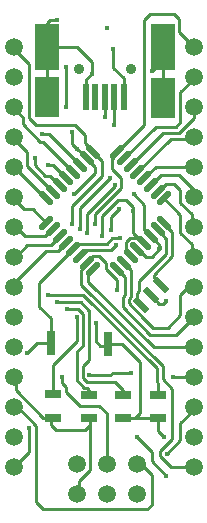
<source format=gbr>
%TF.GenerationSoftware,Altium Limited,Altium Designer,19.0.10 (269)*%
G04 Layer_Physical_Order=1*
G04 Layer_Color=255*
%FSLAX45Y45*%
%MOMM*%
%TF.FileFunction,Copper,L1,Top,Signal*%
%TF.Part,Single*%
G01*
G75*
%TA.AperFunction,SMDPad,CuDef*%
G04:AMPARAMS|DCode=10|XSize=0.55mm|YSize=1.5mm|CornerRadius=0mm|HoleSize=0mm|Usage=FLASHONLY|Rotation=225.000|XOffset=0mm|YOffset=0mm|HoleType=Round|Shape=Round|*
%AMOVALD10*
21,1,0.95000,0.55000,0.00000,0.00000,315.0*
1,1,0.55000,-0.33588,0.33588*
1,1,0.55000,0.33588,-0.33588*
%
%ADD10OVALD10*%

G04:AMPARAMS|DCode=11|XSize=0.55mm|YSize=1.5mm|CornerRadius=0mm|HoleSize=0mm|Usage=FLASHONLY|Rotation=135.000|XOffset=0mm|YOffset=0mm|HoleType=Round|Shape=Round|*
%AMOVALD11*
21,1,0.95000,0.55000,0.00000,0.00000,225.0*
1,1,0.55000,0.33588,0.33588*
1,1,0.55000,-0.33588,-0.33588*
%
%ADD11OVALD11*%

G04:AMPARAMS|DCode=12|XSize=0.5mm|YSize=1.45mm|CornerRadius=0mm|HoleSize=0mm|Usage=FLASHONLY|Rotation=45.000|XOffset=0mm|YOffset=0mm|HoleType=Round|Shape=Rectangle|*
%AMROTATEDRECTD12*
4,1,4,0.33588,-0.68943,-0.68943,0.33588,-0.33588,0.68943,0.68943,-0.33588,0.33588,-0.68943,0.0*
%
%ADD12ROTATEDRECTD12*%

%ADD13R,0.80000X2.00000*%
%ADD14R,1.45000X0.80000*%
%TA.AperFunction,ConnectorPad*%
%ADD15R,2.05000X4.00000*%
%ADD16R,2.05000X3.50000*%
%ADD17R,0.50000X2.25000*%
%TA.AperFunction,Conductor*%
%ADD18C,0.25400*%
%TA.AperFunction,ComponentPad*%
%ADD19C,1.50000*%
%TA.AperFunction,SMDPad,CuDef*%
%ADD20C,0.90000*%
%TA.AperFunction,ViaPad*%
%ADD21C,0.40000*%
D10*
X1042330Y2104990D02*
D03*
X1098899Y2161559D02*
D03*
X1155468Y2218127D02*
D03*
X1212036Y2274695D02*
D03*
X1268605Y2331264D02*
D03*
X1325173Y2387833D02*
D03*
X1381741Y2444401D02*
D03*
X1438310Y2500970D02*
D03*
X837270Y3102011D02*
D03*
X780701Y3045442D02*
D03*
X724132Y2988873D02*
D03*
X667564Y2932305D02*
D03*
X610995Y2875736D02*
D03*
X554426Y2819168D02*
D03*
X497858Y2762599D02*
D03*
X441290Y2706031D02*
D03*
D11*
X1438310D02*
D03*
X1381742Y2762599D02*
D03*
X1325174Y2819168D02*
D03*
X1268605Y2875736D02*
D03*
X1212036Y2932305D02*
D03*
X1155468Y2988874D02*
D03*
X1098899Y3045442D02*
D03*
X1042330Y3102011D02*
D03*
X441290Y2500970D02*
D03*
X497859Y2444401D02*
D03*
X554427Y2387833D02*
D03*
X610995Y2331264D02*
D03*
X667564Y2274696D02*
D03*
X724133Y2218127D02*
D03*
X780701Y2161559D02*
D03*
X837270Y2104990D02*
D03*
D12*
X1244600Y1803400D02*
D03*
X1329453Y1888253D02*
D03*
X1414306Y1973106D02*
D03*
D13*
X480182Y1483184D02*
D03*
X965200Y1473200D02*
D03*
D14*
X1092200Y1040900D02*
D03*
Y850900D02*
D03*
X1384300D02*
D03*
Y1040900D02*
D03*
X800100D02*
D03*
Y850900D02*
D03*
X495300Y1050899D02*
D03*
Y850901D02*
D03*
D15*
X444500Y3987800D02*
D03*
X1424500D02*
D03*
D16*
X444500Y3562800D02*
D03*
X1424500Y3552800D02*
D03*
D17*
X1094500Y3562800D02*
D03*
X1014500D02*
D03*
X774500D02*
D03*
X854500D02*
D03*
X934500D02*
D03*
D18*
X780701Y3041999D02*
X850900Y2971800D01*
X780701Y3041999D02*
Y3045442D01*
X1003079Y3062759D02*
X1268605Y3328285D01*
X850900Y2923996D02*
Y2971800D01*
X673100Y2746196D02*
X850900Y2923996D01*
X856300Y2486266D02*
Y2574036D01*
X1076518Y2794254D01*
Y2878074D01*
X999711Y2954881D02*
X1076518Y2878074D01*
X999711Y2954881D02*
Y3039027D01*
X1003079Y3042395D01*
Y3062759D01*
X837270Y3097014D02*
X914400Y3019884D01*
Y2895600D02*
Y3019884D01*
X660400Y2641600D02*
X914400Y2895600D01*
X723900Y2624607D02*
X977900Y2878607D01*
X723900Y2451100D02*
Y2624607D01*
X787400Y2578100D02*
X1018418Y2809118D01*
Y2819400D01*
X660400Y2489200D02*
Y2641600D01*
X787400Y2413000D02*
Y2578100D01*
X1676400Y1193800D02*
X1689100Y1181100D01*
X1266364Y2325495D02*
X1268605D01*
X1217976Y2373883D02*
X1266364Y2325495D01*
X1048134Y2692400D02*
X1117600D01*
X914400Y2558666D02*
X1048134Y2692400D01*
X914400Y2387600D02*
Y2558666D01*
X1175781Y2603500D02*
Y2634219D01*
X1117600Y2692400D02*
X1175781Y2634219D01*
X985200Y2547300D02*
X1054100Y2616200D01*
X985200Y2438400D02*
Y2547300D01*
X1175781Y2416078D02*
Y2603500D01*
Y2416078D02*
X1217976Y2373883D01*
X1332624Y2209800D02*
X1405607Y2282782D01*
X1317163Y2387833D02*
Y2393540D01*
X1181100Y2743200D02*
X1270000Y2654300D01*
Y2440703D02*
Y2654300D01*
Y2440703D02*
X1317163Y2393540D01*
X1331238Y480410D02*
X1454500Y357148D01*
X1331238Y480410D02*
Y558644D01*
X1576000Y661600D02*
Y805251D01*
X1460500Y546100D02*
X1576000Y661600D01*
X1402400Y522034D02*
X1492634Y431800D01*
X1638300D01*
X1651000Y444500D01*
X1402400Y522034D02*
Y570166D01*
X1438876Y604200D02*
X1507207Y672531D01*
X1436434Y604200D02*
X1438876D01*
X1402400Y570166D02*
X1436434Y604200D01*
X1663700Y431800D02*
X1676400Y419100D01*
X1204082Y685800D02*
X1331238Y558644D01*
X780734Y1153100D02*
X1020380D01*
X746700Y1187134D02*
X780734Y1153100D01*
X1020380D02*
X1092200Y1081281D01*
X801754Y1042554D02*
Y1081281D01*
X800100Y1040900D02*
X801754Y1042554D01*
X780734Y1102300D02*
X801754Y1081281D01*
X804982Y1341425D02*
Y1756293D01*
X746700Y1187134D02*
Y1283143D01*
X804982Y1341425D01*
X759692Y1102300D02*
X780734D01*
X1002100Y1231900D02*
X1154500D01*
X981400Y1211200D02*
X1002100Y1231900D01*
X695900Y1166092D02*
X759692Y1102300D01*
X695900Y1166092D02*
Y1405327D01*
X754182Y1463608D01*
X804800Y1211200D02*
X981400D01*
X754182Y1463608D02*
Y1725866D01*
X710235Y1769812D02*
X754182Y1725866D01*
X615566Y1769812D02*
X710235D01*
X863600Y1495884D02*
Y1651000D01*
X1663700Y431800D02*
X1689100D01*
X800100Y850900D02*
X832600D01*
X413946Y850901D02*
X495300D01*
X696082Y1496182D02*
Y1701800D01*
X997900Y2369500D02*
X1061400D01*
X952500Y2324100D02*
X997900Y2369500D01*
X716968Y2324100D02*
X952500D01*
X667564Y2274696D02*
X716968Y2324100D01*
X990600Y2273300D02*
X1028700Y2311400D01*
X787315Y2273300D02*
X990600D01*
X732143Y2218127D02*
X787315Y2273300D01*
X883149Y2219058D02*
X943143Y2159064D01*
X838200Y2219058D02*
X883149D01*
X780701Y2161559D02*
X838200Y2219058D01*
X1061400Y2369500D02*
X1066800Y2374900D01*
X1042330Y2104990D02*
X1049977Y2097343D01*
X1104900Y2042420D01*
X741450Y2122307D02*
X780701Y2161559D01*
X943143Y2111405D02*
Y2159064D01*
X1042330Y1930400D02*
Y2012218D01*
X943143Y2111405D02*
X1042330Y2012218D01*
X1086757Y1783443D02*
Y1873811D01*
Y1783443D02*
X1320800Y1549400D01*
X1104900Y1891954D02*
Y2042420D01*
X1086757Y1873811D02*
X1104900Y1891954D01*
X1647782Y1963401D02*
X1689100Y1922083D01*
X1137557Y1852769D02*
X1155700Y1870912D01*
X1137557Y1821206D02*
Y1852769D01*
Y1821206D02*
X1262406Y1696357D01*
X1206500Y1903988D02*
X1221503Y1918991D01*
X1206500Y1850153D02*
Y1903988D01*
Y1850153D02*
X1244600Y1812053D01*
X1221503Y2004297D02*
X1456407Y2239201D01*
X1221503Y1918991D02*
Y2004297D01*
X1456407Y2239201D02*
Y2361726D01*
X1262406Y1696357D02*
X1262406D01*
X1345863Y1612900D01*
X1092200Y1040900D02*
Y1081281D01*
X1231900Y889000D02*
Y1320800D01*
X1079500Y1473200D02*
X1231900Y1320800D01*
X965200Y1473200D02*
X1079500D01*
X751847Y1888253D02*
X1373779Y1266321D01*
Y1153786D02*
Y1266321D01*
Y1153786D02*
X1384300Y1143265D01*
Y1040900D02*
Y1143265D01*
X1151277Y2373883D02*
X1217976D01*
X1112848Y2335455D02*
X1151277Y2373883D01*
X1112848Y2281111D02*
Y2335455D01*
Y2281111D02*
X1116216Y2277743D01*
Y2257378D02*
Y2277743D01*
Y2257378D02*
X1155468Y2218127D01*
X571500Y1141080D02*
X605900Y1106681D01*
X571500Y1141080D02*
Y1193800D01*
X605900Y1068718D02*
X722118Y952500D01*
X605900Y1068718D02*
Y1106681D01*
X495300Y1295400D02*
X696082Y1496182D01*
X495300Y1050899D02*
Y1295400D01*
X724133Y2218127D02*
X732143D01*
X381000Y1988132D02*
X667564Y2274696D01*
X1674397Y2973803D02*
X1689100Y2959100D01*
X1366671Y2973803D02*
X1674397D01*
X1268605Y2875736D02*
X1366671Y2973803D01*
X1507207Y672531D02*
Y1092200D01*
X1384300Y739810D02*
X1438310Y685800D01*
X1397734Y1816100D02*
X1429100D01*
X1329453Y1884382D02*
X1397734Y1816100D01*
X1329453Y1884382D02*
Y1888253D01*
X1429100Y1816100D02*
X1454500Y1841500D01*
X1574800Y1890419D02*
X1647782Y1963401D01*
X1574800Y1716918D02*
Y1890419D01*
X1470782Y1612900D02*
X1574800Y1716918D01*
X1345863Y1612900D02*
X1470782D01*
X1689100Y1922083D02*
Y1955800D01*
X1155700Y1870912D02*
Y2098575D01*
X1098899Y2155376D02*
X1155700Y2098575D01*
X1098899Y2155376D02*
Y2161559D01*
X1320800Y1549400D02*
X1536700D01*
X1348100Y1447800D02*
X1689100D01*
X795510Y2000390D02*
X1348100Y1447800D01*
X795510Y2000390D02*
Y2055221D01*
X457200Y1888253D02*
X751847D01*
X738082Y1973860D02*
X1424579Y1287363D01*
X738082Y1973860D02*
Y2098575D01*
X1424579Y1174827D02*
Y1287363D01*
X1536700Y1549400D02*
X1689100Y1701800D01*
X837270Y3097014D02*
Y3102011D01*
X1511300Y1193800D02*
X1676400D01*
X1424579Y1174827D02*
X1507207Y1092200D01*
X1384300Y739810D02*
Y850900D01*
X1576000Y805251D02*
X1689100Y918351D01*
X1098899Y3045442D02*
X1368157Y3314700D01*
X1059648Y3006191D02*
X1098899Y3045442D01*
X1333500Y114300D02*
Y361498D01*
X1237798Y457200D02*
X1333500Y361498D01*
X1204082Y457200D02*
X1237798D01*
X1295400Y76200D02*
X1333500Y114300D01*
X413946Y76200D02*
X1295400D01*
X355600Y134546D02*
X413946Y76200D01*
X355600Y134546D02*
Y780666D01*
X196466Y939800D02*
X355600Y780666D01*
X165100Y939800D02*
X196466D01*
X292100Y558800D02*
Y762000D01*
X184148Y1080700D02*
X413946Y850901D01*
X165100Y431800D02*
X292100Y558800D01*
X365584Y1483184D02*
X480182D01*
X279400Y1397000D02*
X365584Y1483184D01*
X950082Y457200D02*
Y891418D01*
X889000Y952500D02*
X950082Y891418D01*
X722118Y952500D02*
X889000D01*
X533400Y1828800D02*
X732475D01*
X381000Y1790700D02*
Y1988132D01*
X898984Y1460500D02*
X952500D01*
X863600Y1495884D02*
X898984Y1460500D01*
X952500D02*
X965200Y1473200D01*
X1193800Y850900D02*
X1384300D01*
X1092200D02*
X1193800D01*
X1231900Y889000D01*
X738082Y2098575D02*
X741450Y2101943D01*
Y2122307D01*
X795510Y2055221D02*
X837270Y2096980D01*
Y2104990D01*
X1689100Y918351D02*
Y927100D01*
X480182Y1483184D02*
Y1691518D01*
X381000Y1790700D02*
X480182Y1691518D01*
X457200Y2988873D02*
X497858D01*
X610995Y2867727D02*
Y2875736D01*
X497858Y2988873D02*
X610995Y2875736D01*
X342900Y2989399D02*
X432749Y2899551D01*
X278200Y2982257D02*
X497858Y2762599D01*
X732475Y1828800D02*
X804982Y1756293D01*
X444500Y3987800D02*
Y4191000D01*
X469900Y4216400D01*
X533400D01*
X609600Y3479800D02*
Y3822700D01*
X444500Y3987800D02*
X698500D01*
X825500Y3860800D01*
Y3759200D02*
Y3860800D01*
X292100Y3383818D02*
X349211Y3326708D01*
X684466D02*
X771082Y3240092D01*
X349211Y3326708D02*
X684466D01*
X771082Y3176208D02*
Y3240092D01*
X701100Y3126800D02*
Y3127566D01*
Y3125921D02*
Y3126800D01*
X660400Y3168266D02*
X701100Y3127566D01*
X660400Y3168266D02*
Y3268608D01*
X771082Y3176208D02*
X837270Y3110020D01*
Y3102011D02*
Y3110020D01*
X701100Y3125921D02*
X780701Y3046320D01*
X469900Y2899551D02*
X550283Y2819168D01*
X432749Y2899551D02*
X469900D01*
X550283Y2819168D02*
X554426D01*
X342900Y2989399D02*
Y3048000D01*
X165100Y3213100D02*
X278200Y3100000D01*
Y2982257D02*
Y3100000D01*
X1576000Y2416952D02*
Y2568341D01*
X1438310Y2706031D02*
X1576000Y2568341D01*
X1424500Y3552800D02*
Y3875600D01*
X1333500Y3784600D02*
X1424500Y3875600D01*
Y3987800D01*
X1320800Y4267200D02*
X1524000D01*
X1565100Y4226100D01*
Y4111800D02*
Y4226100D01*
Y4111800D02*
X1689100Y3987800D01*
X1268605Y4215005D02*
X1320800Y4267200D01*
X1268605Y3328285D02*
Y4215005D01*
X779700Y3713400D02*
X825500Y3759200D01*
X779700Y3568000D02*
Y3713400D01*
X774500Y3562800D02*
X779700Y3568000D01*
X184148Y1080700D02*
Y1174752D01*
X165100Y1193800D02*
X184148Y1174752D01*
X809182Y787400D02*
Y841818D01*
Y410352D02*
Y787400D01*
X771082Y749300D02*
X809182Y787400D01*
X520700Y749300D02*
X771082D01*
X482600Y787400D02*
X520700Y749300D01*
X482600Y787400D02*
Y838202D01*
X495300Y850901D01*
X800100Y850900D02*
X809182Y841818D01*
X715129Y316300D02*
X809182Y410352D01*
X715129Y222248D02*
Y316300D01*
X696082Y203200D02*
X715129Y222248D01*
X1350495Y2040405D02*
Y2061447D01*
X1507207Y2218159D01*
Y2424064D01*
X1438310Y2492960D02*
X1507207Y2424064D01*
X1350495Y2040405D02*
X1414306Y1976594D01*
Y1973106D02*
Y1976594D01*
X1381741Y2436391D02*
Y2444401D01*
X1244600Y1803400D02*
Y1812053D01*
X1381741Y2436391D02*
X1456407Y2361726D01*
X1405607Y2282782D02*
Y2307399D01*
X1281688Y2209800D02*
X1332624D01*
X1216793Y2274695D02*
X1281688Y2209800D01*
X1212036Y2274695D02*
X1216793D01*
X1325173Y2387833D02*
X1405607Y2307399D01*
X409193Y3248407D02*
X464599D01*
X406400Y3251200D02*
X409193Y3248407D01*
X390059Y3185375D02*
X414494D01*
X241300Y3334134D02*
X390059Y3185375D01*
X241300Y3334134D02*
Y3396053D01*
X170253Y3467100D02*
X241300Y3396053D01*
X165100Y3467100D02*
X170253D01*
X414494Y3185375D02*
X667564Y2932305D01*
X464599Y3248407D02*
X724132Y2988873D01*
X1003300Y3812793D02*
Y3975100D01*
Y3812793D02*
X1094500Y3721594D01*
Y3562800D02*
Y3721594D01*
X1015250Y3331947D02*
X1016000Y3331197D01*
X1015250Y3331947D02*
Y3562050D01*
X1014500Y3562800D02*
X1015250Y3562050D01*
X937150Y3398847D02*
X939800Y3396197D01*
X937150Y3398847D02*
Y3560150D01*
X934500Y3562800D02*
X937150Y3560150D01*
X780701Y3045442D02*
Y3046320D01*
X1676400Y419100D02*
X1689100Y431800D01*
X1244600Y1803400D02*
X1278188Y1769812D01*
X1576000Y2670952D02*
X1670052Y2576900D01*
Y2482848D02*
Y2576900D01*
Y2482848D02*
X1689100Y2463800D01*
X1576000Y2416952D02*
X1670052Y2322900D01*
X1576000Y2670952D02*
Y2780100D01*
X1670052Y2228848D02*
Y2322900D01*
Y2228848D02*
X1689100Y2209800D01*
X1438310Y2492960D02*
Y2500970D01*
X540331Y2260600D02*
X610995Y2331264D01*
X436183Y2260600D02*
X540331D01*
X165100Y1989517D02*
X436183Y2260600D01*
X477994Y2311400D02*
X554427Y2387833D01*
X279400Y2311400D02*
X477994D01*
X165100Y2451100D02*
X198513D01*
X261780Y2387833D02*
X433280D01*
X198513Y2451100D02*
X261780Y2387833D01*
X433280D02*
X489849Y2444401D01*
X165100Y2197100D02*
X279400Y2311400D01*
X165100Y1955800D02*
Y1989517D01*
Y1943100D02*
Y1955800D01*
X177800Y3479800D02*
X201641Y3455959D01*
X1317163Y2387833D02*
X1325173D01*
X1380718Y2006693D02*
X1414306Y1973106D01*
X1098899Y2161559D02*
X1106909D01*
X165100Y673100D02*
X184148Y654052D01*
X292100Y3383818D02*
Y3848100D01*
X1381741Y1043458D02*
X1384300Y1040900D01*
X165100Y3975100D02*
X292100Y3848100D01*
X1524000Y2832100D02*
X1576000Y2780100D01*
X1451242Y2832100D02*
X1524000D01*
X1381742Y2762599D02*
X1451242Y2832100D01*
X1562100Y2908300D02*
X1689100Y2781300D01*
Y2705100D02*
Y2781300D01*
X1414306Y2908300D02*
X1562100D01*
X1325174Y2819168D02*
X1414306Y2908300D01*
X1492831Y3213100D02*
X1689100D01*
X1212036Y2932305D02*
X1492831Y3213100D01*
X1689100Y3390900D02*
Y3467100D01*
X1562100Y3263900D02*
X1689100Y3390900D01*
X1430494Y3263900D02*
X1562100D01*
X1155468Y2988874D02*
X1430494Y3263900D01*
X1536700Y3314700D02*
X1576000Y3354000D01*
Y3608000D01*
X1689100Y3721100D01*
X1368157Y3314700D02*
X1536700D01*
X489849Y2444401D02*
X497859D01*
X165100Y2705100D02*
X254000Y2616200D01*
X326060D01*
X441290Y2500970D01*
X165100Y2959100D02*
X180211D01*
X433280Y2706031D01*
X441290D01*
X444500Y3562800D02*
Y3987800D01*
X1665259Y1157259D02*
X1689100Y1181100D01*
X1451100Y3594100D02*
Y3606800D01*
X1438400D02*
X1451100Y3594100D01*
D19*
X165100Y431800D02*
D03*
Y685800D02*
D03*
Y939800D02*
D03*
Y1193800D02*
D03*
Y1447800D02*
D03*
Y1701800D02*
D03*
Y1955800D02*
D03*
Y2209800D02*
D03*
Y2463800D02*
D03*
Y2717800D02*
D03*
Y2971800D02*
D03*
Y3225800D02*
D03*
Y3479800D02*
D03*
Y3733800D02*
D03*
Y3987800D02*
D03*
X1689100D02*
D03*
Y3733800D02*
D03*
Y3479800D02*
D03*
Y3225800D02*
D03*
Y2971800D02*
D03*
Y2717800D02*
D03*
Y2463800D02*
D03*
Y2209800D02*
D03*
Y1955800D02*
D03*
Y1701800D02*
D03*
Y1447800D02*
D03*
Y1193800D02*
D03*
Y939800D02*
D03*
Y685800D02*
D03*
Y431800D02*
D03*
X696082Y457200D02*
D03*
X950082D02*
D03*
X1204082D02*
D03*
X696082Y203200D02*
D03*
X950082D02*
D03*
X1204082D02*
D03*
D20*
X714500Y3802800D02*
D03*
X1154500D02*
D03*
D21*
X977900Y2878607D02*
D03*
X1018418Y2819400D02*
D03*
X673100Y2746196D02*
D03*
X1054100Y2616200D02*
D03*
X1175781Y2603500D02*
D03*
X1454500Y357148D02*
D03*
X1460500Y546100D02*
D03*
X1204082Y685800D02*
D03*
X804800Y1211200D02*
D03*
X863600Y1651000D02*
D03*
X856300Y2486266D02*
D03*
X787400Y2413000D02*
D03*
X914400Y2387600D02*
D03*
X985200Y2438400D02*
D03*
X615566Y1769812D02*
D03*
X696082Y1701800D02*
D03*
X1028700Y2311400D02*
D03*
X1181100Y2743200D02*
D03*
X1042330Y1930400D02*
D03*
X723900Y2451100D02*
D03*
X660400Y2489200D02*
D03*
X1154500Y1231900D02*
D03*
X571500Y1193800D02*
D03*
X1066800Y2374900D02*
D03*
X1438310Y685800D02*
D03*
X1454500Y1841500D02*
D03*
X1511300Y1193800D02*
D03*
X292100Y762000D02*
D03*
X279400Y1397000D02*
D03*
X533400Y1828800D02*
D03*
X457200Y1888253D02*
D03*
Y2988873D02*
D03*
X533400Y4216400D02*
D03*
X609600Y3479800D02*
D03*
Y3822700D02*
D03*
X660400Y3268608D02*
D03*
X701100Y3126800D02*
D03*
X342900Y3048000D02*
D03*
X1333500Y3784600D02*
D03*
X825500Y3759200D02*
D03*
X1397000Y2274600D02*
D03*
X406400Y3251200D02*
D03*
X1003300Y3975100D02*
D03*
X952500Y4152900D02*
D03*
X939800Y3396197D02*
D03*
X1016000Y3331197D02*
D03*
%TF.MD5,d4da284c08e6c5b4af3448b2714e1320*%
M02*

</source>
